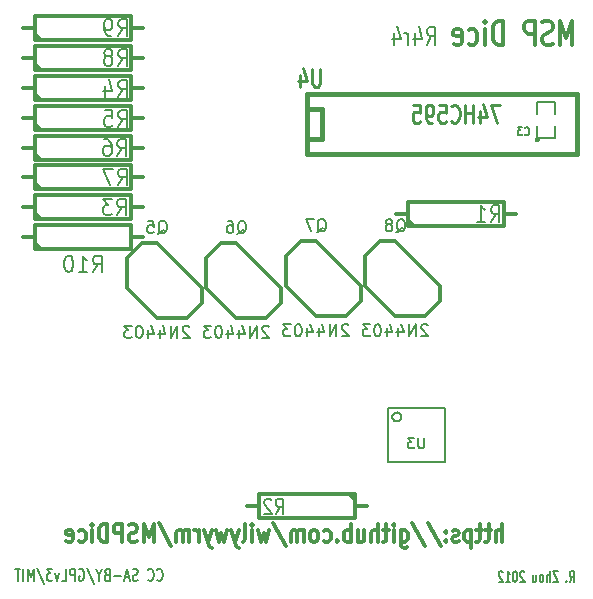
<source format=gbo>
G04 (created by PCBNEW-RS274X (2011-05-25)-stable) date Sun 14 Oct 2012 04:31:26 PM CDT*
G01*
G70*
G90*
%MOIN*%
G04 Gerber Fmt 3.4, Leading zero omitted, Abs format*
%FSLAX34Y34*%
G04 APERTURE LIST*
%ADD10C,0.006000*%
%ADD11C,0.007000*%
%ADD12C,0.005000*%
%ADD13C,0.012000*%
%ADD14C,0.007500*%
%ADD15C,0.008000*%
%ADD16C,0.015000*%
%ADD17C,0.011300*%
G04 APERTURE END LIST*
G54D10*
G54D11*
X05257Y-19174D02*
X05271Y-19193D01*
X05314Y-19212D01*
X05343Y-19212D01*
X05386Y-19193D01*
X05414Y-19155D01*
X05429Y-19117D01*
X05443Y-19040D01*
X05443Y-18983D01*
X05429Y-18907D01*
X05414Y-18869D01*
X05386Y-18831D01*
X05343Y-18812D01*
X05314Y-18812D01*
X05271Y-18831D01*
X05257Y-18850D01*
X04957Y-19174D02*
X04971Y-19193D01*
X05014Y-19212D01*
X05043Y-19212D01*
X05086Y-19193D01*
X05114Y-19155D01*
X05129Y-19117D01*
X05143Y-19040D01*
X05143Y-18983D01*
X05129Y-18907D01*
X05114Y-18869D01*
X05086Y-18831D01*
X05043Y-18812D01*
X05014Y-18812D01*
X04971Y-18831D01*
X04957Y-18850D01*
X04614Y-19193D02*
X04571Y-19212D01*
X04500Y-19212D01*
X04471Y-19193D01*
X04457Y-19174D01*
X04442Y-19136D01*
X04442Y-19098D01*
X04457Y-19060D01*
X04471Y-19040D01*
X04500Y-19021D01*
X04557Y-19002D01*
X04585Y-18983D01*
X04600Y-18964D01*
X04614Y-18926D01*
X04614Y-18888D01*
X04600Y-18850D01*
X04585Y-18831D01*
X04557Y-18812D01*
X04485Y-18812D01*
X04442Y-18831D01*
X04328Y-19098D02*
X04185Y-19098D01*
X04356Y-19212D02*
X04256Y-18812D01*
X04156Y-19212D01*
X04057Y-19060D02*
X03828Y-19060D01*
X03586Y-19002D02*
X03543Y-19021D01*
X03528Y-19040D01*
X03514Y-19079D01*
X03514Y-19136D01*
X03528Y-19174D01*
X03543Y-19193D01*
X03571Y-19212D01*
X03686Y-19212D01*
X03686Y-18812D01*
X03586Y-18812D01*
X03557Y-18831D01*
X03543Y-18850D01*
X03528Y-18888D01*
X03528Y-18926D01*
X03543Y-18964D01*
X03557Y-18983D01*
X03586Y-19002D01*
X03686Y-19002D01*
X03328Y-19021D02*
X03328Y-19212D01*
X03428Y-18812D02*
X03328Y-19021D01*
X03228Y-18812D01*
X02914Y-18793D02*
X03171Y-19307D01*
X02657Y-18831D02*
X02686Y-18812D01*
X02729Y-18812D01*
X02772Y-18831D01*
X02800Y-18869D01*
X02815Y-18907D01*
X02829Y-18983D01*
X02829Y-19040D01*
X02815Y-19117D01*
X02800Y-19155D01*
X02772Y-19193D01*
X02729Y-19212D01*
X02700Y-19212D01*
X02657Y-19193D01*
X02643Y-19174D01*
X02643Y-19040D01*
X02700Y-19040D01*
X02515Y-19212D02*
X02515Y-18812D01*
X02400Y-18812D01*
X02372Y-18831D01*
X02357Y-18850D01*
X02343Y-18888D01*
X02343Y-18945D01*
X02357Y-18983D01*
X02372Y-19002D01*
X02400Y-19021D01*
X02515Y-19021D01*
X02072Y-19212D02*
X02215Y-19212D01*
X02215Y-18812D01*
X02000Y-18945D02*
X01929Y-19212D01*
X01857Y-18945D01*
X01771Y-18812D02*
X01585Y-18812D01*
X01685Y-18964D01*
X01643Y-18964D01*
X01614Y-18983D01*
X01600Y-19002D01*
X01585Y-19040D01*
X01585Y-19136D01*
X01600Y-19174D01*
X01614Y-19193D01*
X01643Y-19212D01*
X01728Y-19212D01*
X01757Y-19193D01*
X01771Y-19174D01*
X01242Y-18793D02*
X01499Y-19307D01*
X01143Y-19212D02*
X01143Y-18812D01*
X01043Y-19098D01*
X00943Y-18812D01*
X00943Y-19212D01*
X00800Y-19212D02*
X00800Y-18812D01*
X00699Y-18812D02*
X00528Y-18812D01*
X00614Y-19212D02*
X00614Y-18812D01*
G54D12*
X19006Y-19242D02*
X19089Y-19075D01*
X19148Y-19242D02*
X19148Y-18892D01*
X19053Y-18892D01*
X19029Y-18908D01*
X19018Y-18925D01*
X19006Y-18958D01*
X19006Y-19008D01*
X19018Y-19042D01*
X19029Y-19058D01*
X19053Y-19075D01*
X19148Y-19075D01*
X18898Y-19208D02*
X18887Y-19225D01*
X18898Y-19242D01*
X18910Y-19225D01*
X18898Y-19208D01*
X18898Y-19242D01*
X18613Y-18892D02*
X18447Y-18892D01*
X18613Y-19242D01*
X18447Y-19242D01*
X18351Y-19242D02*
X18351Y-18892D01*
X18244Y-19242D02*
X18244Y-19058D01*
X18256Y-19025D01*
X18280Y-19008D01*
X18316Y-19008D01*
X18340Y-19025D01*
X18351Y-19042D01*
X18090Y-19242D02*
X18114Y-19225D01*
X18125Y-19208D01*
X18137Y-19175D01*
X18137Y-19075D01*
X18125Y-19042D01*
X18114Y-19025D01*
X18090Y-19008D01*
X18054Y-19008D01*
X18030Y-19025D01*
X18018Y-19042D01*
X18006Y-19075D01*
X18006Y-19175D01*
X18018Y-19208D01*
X18030Y-19225D01*
X18054Y-19242D01*
X18090Y-19242D01*
X17792Y-19008D02*
X17792Y-19242D01*
X17899Y-19008D02*
X17899Y-19192D01*
X17888Y-19225D01*
X17864Y-19242D01*
X17828Y-19242D01*
X17804Y-19225D01*
X17792Y-19208D01*
X17495Y-18925D02*
X17483Y-18908D01*
X17460Y-18892D01*
X17400Y-18892D01*
X17376Y-18908D01*
X17364Y-18925D01*
X17353Y-18958D01*
X17353Y-18992D01*
X17364Y-19042D01*
X17507Y-19242D01*
X17353Y-19242D01*
X17198Y-18892D02*
X17174Y-18892D01*
X17150Y-18908D01*
X17138Y-18925D01*
X17126Y-18958D01*
X17115Y-19025D01*
X17115Y-19108D01*
X17126Y-19175D01*
X17138Y-19208D01*
X17150Y-19225D01*
X17174Y-19242D01*
X17198Y-19242D01*
X17222Y-19225D01*
X17234Y-19208D01*
X17245Y-19175D01*
X17257Y-19108D01*
X17257Y-19025D01*
X17245Y-18958D01*
X17234Y-18925D01*
X17222Y-18908D01*
X17198Y-18892D01*
X16877Y-19242D02*
X17019Y-19242D01*
X16948Y-19242D02*
X16948Y-18892D01*
X16972Y-18942D01*
X16996Y-18975D01*
X17019Y-18992D01*
X16781Y-18925D02*
X16769Y-18908D01*
X16746Y-18892D01*
X16686Y-18892D01*
X16662Y-18908D01*
X16650Y-18925D01*
X16639Y-18958D01*
X16639Y-18992D01*
X16650Y-19042D01*
X16793Y-19242D01*
X16639Y-19242D01*
G54D13*
X16762Y-17918D02*
X16762Y-17318D01*
X16548Y-17918D02*
X16548Y-17604D01*
X16571Y-17546D01*
X16619Y-17518D01*
X16691Y-17518D01*
X16738Y-17546D01*
X16762Y-17575D01*
X16381Y-17518D02*
X16191Y-17518D01*
X16310Y-17318D02*
X16310Y-17832D01*
X16286Y-17889D01*
X16239Y-17918D01*
X16191Y-17918D01*
X16095Y-17518D02*
X15905Y-17518D01*
X16024Y-17318D02*
X16024Y-17832D01*
X16000Y-17889D01*
X15953Y-17918D01*
X15905Y-17918D01*
X15738Y-17518D02*
X15738Y-18118D01*
X15738Y-17546D02*
X15690Y-17518D01*
X15595Y-17518D01*
X15547Y-17546D01*
X15524Y-17575D01*
X15500Y-17632D01*
X15500Y-17804D01*
X15524Y-17861D01*
X15547Y-17889D01*
X15595Y-17918D01*
X15690Y-17918D01*
X15738Y-17889D01*
X15310Y-17889D02*
X15262Y-17918D01*
X15167Y-17918D01*
X15119Y-17889D01*
X15095Y-17832D01*
X15095Y-17804D01*
X15119Y-17746D01*
X15167Y-17718D01*
X15238Y-17718D01*
X15286Y-17689D01*
X15310Y-17632D01*
X15310Y-17604D01*
X15286Y-17546D01*
X15238Y-17518D01*
X15167Y-17518D01*
X15119Y-17546D01*
X14881Y-17861D02*
X14857Y-17889D01*
X14881Y-17918D01*
X14905Y-17889D01*
X14881Y-17861D01*
X14881Y-17918D01*
X14881Y-17546D02*
X14857Y-17575D01*
X14881Y-17604D01*
X14905Y-17575D01*
X14881Y-17546D01*
X14881Y-17604D01*
X14286Y-17289D02*
X14714Y-18061D01*
X13762Y-17289D02*
X14190Y-18061D01*
X13381Y-17518D02*
X13381Y-18004D01*
X13404Y-18061D01*
X13428Y-18089D01*
X13476Y-18118D01*
X13547Y-18118D01*
X13595Y-18089D01*
X13381Y-17889D02*
X13428Y-17918D01*
X13524Y-17918D01*
X13571Y-17889D01*
X13595Y-17861D01*
X13619Y-17804D01*
X13619Y-17632D01*
X13595Y-17575D01*
X13571Y-17546D01*
X13524Y-17518D01*
X13428Y-17518D01*
X13381Y-17546D01*
X13143Y-17918D02*
X13143Y-17518D01*
X13143Y-17318D02*
X13167Y-17346D01*
X13143Y-17375D01*
X13119Y-17346D01*
X13143Y-17318D01*
X13143Y-17375D01*
X12976Y-17518D02*
X12786Y-17518D01*
X12905Y-17318D02*
X12905Y-17832D01*
X12881Y-17889D01*
X12834Y-17918D01*
X12786Y-17918D01*
X12619Y-17918D02*
X12619Y-17318D01*
X12405Y-17918D02*
X12405Y-17604D01*
X12428Y-17546D01*
X12476Y-17518D01*
X12548Y-17518D01*
X12595Y-17546D01*
X12619Y-17575D01*
X11953Y-17518D02*
X11953Y-17918D01*
X12167Y-17518D02*
X12167Y-17832D01*
X12143Y-17889D01*
X12096Y-17918D01*
X12024Y-17918D01*
X11976Y-17889D01*
X11953Y-17861D01*
X11715Y-17918D02*
X11715Y-17318D01*
X11715Y-17546D02*
X11667Y-17518D01*
X11572Y-17518D01*
X11524Y-17546D01*
X11501Y-17575D01*
X11477Y-17632D01*
X11477Y-17804D01*
X11501Y-17861D01*
X11524Y-17889D01*
X11572Y-17918D01*
X11667Y-17918D01*
X11715Y-17889D01*
X11263Y-17861D02*
X11239Y-17889D01*
X11263Y-17918D01*
X11287Y-17889D01*
X11263Y-17861D01*
X11263Y-17918D01*
X10811Y-17889D02*
X10858Y-17918D01*
X10954Y-17918D01*
X11001Y-17889D01*
X11025Y-17861D01*
X11049Y-17804D01*
X11049Y-17632D01*
X11025Y-17575D01*
X11001Y-17546D01*
X10954Y-17518D01*
X10858Y-17518D01*
X10811Y-17546D01*
X10525Y-17918D02*
X10572Y-17889D01*
X10596Y-17861D01*
X10620Y-17804D01*
X10620Y-17632D01*
X10596Y-17575D01*
X10572Y-17546D01*
X10525Y-17518D01*
X10453Y-17518D01*
X10405Y-17546D01*
X10382Y-17575D01*
X10358Y-17632D01*
X10358Y-17804D01*
X10382Y-17861D01*
X10405Y-17889D01*
X10453Y-17918D01*
X10525Y-17918D01*
X10144Y-17918D02*
X10144Y-17518D01*
X10144Y-17575D02*
X10120Y-17546D01*
X10073Y-17518D01*
X10001Y-17518D01*
X09953Y-17546D01*
X09930Y-17604D01*
X09930Y-17918D01*
X09930Y-17604D02*
X09906Y-17546D01*
X09858Y-17518D01*
X09787Y-17518D01*
X09739Y-17546D01*
X09715Y-17604D01*
X09715Y-17918D01*
X09120Y-17289D02*
X09548Y-18061D01*
X09001Y-17518D02*
X08905Y-17918D01*
X08810Y-17632D01*
X08715Y-17918D01*
X08620Y-17518D01*
X08429Y-17918D02*
X08429Y-17518D01*
X08429Y-17318D02*
X08453Y-17346D01*
X08429Y-17375D01*
X08405Y-17346D01*
X08429Y-17318D01*
X08429Y-17375D01*
X08120Y-17918D02*
X08167Y-17889D01*
X08191Y-17832D01*
X08191Y-17318D01*
X07977Y-17518D02*
X07858Y-17918D01*
X07738Y-17518D02*
X07858Y-17918D01*
X07905Y-18061D01*
X07929Y-18089D01*
X07977Y-18118D01*
X07596Y-17518D02*
X07500Y-17918D01*
X07405Y-17632D01*
X07310Y-17918D01*
X07215Y-17518D01*
X07072Y-17518D02*
X06953Y-17918D01*
X06833Y-17518D02*
X06953Y-17918D01*
X07000Y-18061D01*
X07024Y-18089D01*
X07072Y-18118D01*
X06643Y-17918D02*
X06643Y-17518D01*
X06643Y-17632D02*
X06619Y-17575D01*
X06595Y-17546D01*
X06548Y-17518D01*
X06500Y-17518D01*
X06333Y-17918D02*
X06333Y-17518D01*
X06333Y-17575D02*
X06309Y-17546D01*
X06262Y-17518D01*
X06190Y-17518D01*
X06142Y-17546D01*
X06119Y-17604D01*
X06119Y-17918D01*
X06119Y-17604D02*
X06095Y-17546D01*
X06047Y-17518D01*
X05976Y-17518D01*
X05928Y-17546D01*
X05904Y-17604D01*
X05904Y-17918D01*
X05309Y-17289D02*
X05737Y-18061D01*
X05142Y-17918D02*
X05142Y-17318D01*
X04975Y-17746D01*
X04809Y-17318D01*
X04809Y-17918D01*
X04595Y-17889D02*
X04523Y-17918D01*
X04404Y-17918D01*
X04357Y-17889D01*
X04333Y-17861D01*
X04309Y-17804D01*
X04309Y-17746D01*
X04333Y-17689D01*
X04357Y-17661D01*
X04404Y-17632D01*
X04500Y-17604D01*
X04547Y-17575D01*
X04571Y-17546D01*
X04595Y-17489D01*
X04595Y-17432D01*
X04571Y-17375D01*
X04547Y-17346D01*
X04500Y-17318D01*
X04380Y-17318D01*
X04309Y-17346D01*
X04095Y-17918D02*
X04095Y-17318D01*
X03904Y-17318D01*
X03857Y-17346D01*
X03833Y-17375D01*
X03809Y-17432D01*
X03809Y-17518D01*
X03833Y-17575D01*
X03857Y-17604D01*
X03904Y-17632D01*
X04095Y-17632D01*
X03595Y-17918D02*
X03595Y-17318D01*
X03476Y-17318D01*
X03404Y-17346D01*
X03357Y-17404D01*
X03333Y-17461D01*
X03309Y-17575D01*
X03309Y-17661D01*
X03333Y-17775D01*
X03357Y-17832D01*
X03404Y-17889D01*
X03476Y-17918D01*
X03595Y-17918D01*
X03095Y-17918D02*
X03095Y-17518D01*
X03095Y-17318D02*
X03119Y-17346D01*
X03095Y-17375D01*
X03071Y-17346D01*
X03095Y-17318D01*
X03095Y-17375D01*
X02643Y-17889D02*
X02690Y-17918D01*
X02786Y-17918D01*
X02833Y-17889D01*
X02857Y-17861D01*
X02881Y-17804D01*
X02881Y-17632D01*
X02857Y-17575D01*
X02833Y-17546D01*
X02786Y-17518D01*
X02690Y-17518D01*
X02643Y-17546D01*
X02237Y-17889D02*
X02285Y-17918D01*
X02380Y-17918D01*
X02428Y-17889D01*
X02452Y-17832D01*
X02452Y-17604D01*
X02428Y-17546D01*
X02380Y-17518D01*
X02285Y-17518D01*
X02237Y-17546D01*
X02214Y-17604D01*
X02214Y-17661D01*
X02452Y-17718D01*
G54D14*
X14254Y-01343D02*
X14404Y-01057D01*
X14511Y-01343D02*
X14511Y-00743D01*
X14339Y-00743D01*
X14297Y-00771D01*
X14275Y-00800D01*
X14254Y-00857D01*
X14254Y-00943D01*
X14275Y-01000D01*
X14297Y-01029D01*
X14339Y-01057D01*
X14511Y-01057D01*
X13868Y-00943D02*
X13868Y-01343D01*
X13975Y-00714D02*
X14082Y-01143D01*
X13804Y-01143D01*
X13632Y-01343D02*
X13632Y-00943D01*
X13632Y-01057D02*
X13610Y-01000D01*
X13589Y-00971D01*
X13546Y-00943D01*
X13503Y-00943D01*
X13160Y-00943D02*
X13160Y-01343D01*
X13267Y-00714D02*
X13374Y-01143D01*
X13096Y-01143D01*
G54D13*
X19096Y-01349D02*
X19096Y-00549D01*
X18896Y-01120D01*
X18696Y-00549D01*
X18696Y-01349D01*
X18439Y-01311D02*
X18353Y-01349D01*
X18210Y-01349D01*
X18153Y-01311D01*
X18124Y-01273D01*
X18096Y-01196D01*
X18096Y-01120D01*
X18124Y-01044D01*
X18153Y-01006D01*
X18210Y-00968D01*
X18324Y-00930D01*
X18382Y-00892D01*
X18410Y-00854D01*
X18439Y-00777D01*
X18439Y-00701D01*
X18410Y-00625D01*
X18382Y-00587D01*
X18324Y-00549D01*
X18182Y-00549D01*
X18096Y-00587D01*
X17839Y-01349D02*
X17839Y-00549D01*
X17611Y-00549D01*
X17553Y-00587D01*
X17525Y-00625D01*
X17496Y-00701D01*
X17496Y-00815D01*
X17525Y-00892D01*
X17553Y-00930D01*
X17611Y-00968D01*
X17839Y-00968D01*
X16782Y-01349D02*
X16782Y-00549D01*
X16639Y-00549D01*
X16554Y-00587D01*
X16496Y-00663D01*
X16468Y-00739D01*
X16439Y-00892D01*
X16439Y-01006D01*
X16468Y-01158D01*
X16496Y-01235D01*
X16554Y-01311D01*
X16639Y-01349D01*
X16782Y-01349D01*
X16182Y-01349D02*
X16182Y-00815D01*
X16182Y-00549D02*
X16211Y-00587D01*
X16182Y-00625D01*
X16154Y-00587D01*
X16182Y-00549D01*
X16182Y-00625D01*
X15639Y-01311D02*
X15696Y-01349D01*
X15810Y-01349D01*
X15868Y-01311D01*
X15896Y-01273D01*
X15925Y-01196D01*
X15925Y-00968D01*
X15896Y-00892D01*
X15868Y-00854D01*
X15810Y-00815D01*
X15696Y-00815D01*
X15639Y-00854D01*
X15154Y-01311D02*
X15211Y-01349D01*
X15325Y-01349D01*
X15382Y-01311D01*
X15411Y-01235D01*
X15411Y-00930D01*
X15382Y-00854D01*
X15325Y-00815D01*
X15211Y-00815D01*
X15154Y-00854D01*
X15125Y-00930D01*
X15125Y-01006D01*
X15411Y-01082D01*
X13225Y-06975D02*
X13625Y-06975D01*
X13625Y-06975D02*
X13625Y-07375D01*
X13625Y-07375D02*
X16825Y-07375D01*
X16825Y-07375D02*
X16825Y-06575D01*
X16825Y-06575D02*
X13625Y-06575D01*
X13625Y-06575D02*
X13625Y-06975D01*
X13625Y-07175D02*
X13825Y-07375D01*
X17225Y-06975D02*
X16825Y-06975D01*
X12250Y-16725D02*
X11850Y-16725D01*
X11850Y-16725D02*
X11850Y-16325D01*
X11850Y-16325D02*
X08650Y-16325D01*
X08650Y-16325D02*
X08650Y-17125D01*
X08650Y-17125D02*
X11850Y-17125D01*
X11850Y-17125D02*
X11850Y-16725D01*
X11850Y-16525D02*
X11650Y-16325D01*
X08250Y-16725D02*
X08650Y-16725D01*
G54D12*
X13400Y-13750D02*
X13397Y-13779D01*
X13388Y-13807D01*
X13374Y-13833D01*
X13356Y-13855D01*
X13333Y-13874D01*
X13308Y-13888D01*
X13280Y-13896D01*
X13251Y-13899D01*
X13222Y-13897D01*
X13194Y-13889D01*
X13168Y-13875D01*
X13146Y-13857D01*
X13127Y-13834D01*
X13113Y-13809D01*
X13104Y-13781D01*
X13101Y-13752D01*
X13103Y-13723D01*
X13111Y-13695D01*
X13124Y-13669D01*
X13143Y-13646D01*
X13165Y-13627D01*
X13190Y-13613D01*
X13218Y-13604D01*
X13247Y-13601D01*
X13276Y-13603D01*
X13304Y-13611D01*
X13330Y-13624D01*
X13353Y-13642D01*
X13372Y-13664D01*
X13387Y-13689D01*
X13396Y-13717D01*
X13399Y-13746D01*
X13400Y-13750D01*
G54D15*
X12950Y-13450D02*
X14850Y-13450D01*
X14850Y-13450D02*
X14850Y-15250D01*
X14850Y-15250D02*
X12950Y-15250D01*
X12950Y-15250D02*
X12950Y-13450D01*
G54D12*
X17975Y-04500D02*
X17974Y-04509D01*
X17971Y-04519D01*
X17966Y-04527D01*
X17960Y-04535D01*
X17952Y-04541D01*
X17944Y-04546D01*
X17935Y-04548D01*
X17925Y-04549D01*
X17916Y-04549D01*
X17907Y-04546D01*
X17898Y-04541D01*
X17891Y-04535D01*
X17884Y-04528D01*
X17880Y-04519D01*
X17877Y-04510D01*
X17876Y-04500D01*
X17876Y-04491D01*
X17879Y-04482D01*
X17883Y-04473D01*
X17890Y-04466D01*
X17897Y-04459D01*
X17905Y-04455D01*
X17915Y-04452D01*
X17924Y-04451D01*
X17933Y-04451D01*
X17943Y-04454D01*
X17951Y-04458D01*
X17959Y-04464D01*
X17965Y-04472D01*
X17970Y-04480D01*
X17973Y-04489D01*
X17974Y-04499D01*
X17975Y-04500D01*
X17925Y-04050D02*
X17925Y-04450D01*
X17925Y-04450D02*
X18525Y-04450D01*
X18525Y-04450D02*
X18525Y-04050D01*
X18525Y-03650D02*
X18525Y-03250D01*
X18525Y-03250D02*
X17925Y-03250D01*
X17925Y-03250D02*
X17925Y-03650D01*
G54D13*
X05250Y-07950D02*
X06750Y-09450D01*
X06750Y-09450D02*
X06750Y-09950D01*
X06750Y-09950D02*
X06250Y-10450D01*
X06250Y-10450D02*
X05250Y-10450D01*
X05250Y-10450D02*
X04250Y-09450D01*
X04250Y-09450D02*
X04250Y-08450D01*
X04250Y-08450D02*
X04750Y-07950D01*
X04750Y-07950D02*
X05250Y-07950D01*
X07900Y-07950D02*
X09400Y-09450D01*
X09400Y-09450D02*
X09400Y-09950D01*
X09400Y-09950D02*
X08900Y-10450D01*
X08900Y-10450D02*
X07900Y-10450D01*
X07900Y-10450D02*
X06900Y-09450D01*
X06900Y-09450D02*
X06900Y-08450D01*
X06900Y-08450D02*
X07400Y-07950D01*
X07400Y-07950D02*
X07900Y-07950D01*
X10550Y-07900D02*
X12050Y-09400D01*
X12050Y-09400D02*
X12050Y-09900D01*
X12050Y-09900D02*
X11550Y-10400D01*
X11550Y-10400D02*
X10550Y-10400D01*
X10550Y-10400D02*
X09550Y-09400D01*
X09550Y-09400D02*
X09550Y-08400D01*
X09550Y-08400D02*
X10050Y-07900D01*
X10050Y-07900D02*
X10550Y-07900D01*
X13200Y-07900D02*
X14700Y-09400D01*
X14700Y-09400D02*
X14700Y-09900D01*
X14700Y-09900D02*
X14200Y-10400D01*
X14200Y-10400D02*
X13200Y-10400D01*
X13200Y-10400D02*
X12200Y-09400D01*
X12200Y-09400D02*
X12200Y-08400D01*
X12200Y-08400D02*
X12700Y-07900D01*
X12700Y-07900D02*
X13200Y-07900D01*
G54D16*
X10250Y-04500D02*
X10250Y-04500D01*
X10250Y-04500D02*
X10750Y-04500D01*
X10750Y-04500D02*
X10750Y-03500D01*
X10750Y-03500D02*
X10250Y-03500D01*
X10250Y-05000D02*
X19250Y-05000D01*
X19250Y-05000D02*
X19250Y-03000D01*
X19250Y-03000D02*
X10250Y-03000D01*
X10250Y-03000D02*
X10250Y-05000D01*
G54D13*
X00775Y-06750D02*
X01175Y-06750D01*
X01175Y-06750D02*
X01175Y-07150D01*
X01175Y-07150D02*
X04375Y-07150D01*
X04375Y-07150D02*
X04375Y-06350D01*
X04375Y-06350D02*
X01175Y-06350D01*
X01175Y-06350D02*
X01175Y-06750D01*
X01175Y-06950D02*
X01375Y-07150D01*
X04775Y-06750D02*
X04375Y-06750D01*
X00800Y-02800D02*
X01200Y-02800D01*
X01200Y-02800D02*
X01200Y-03200D01*
X01200Y-03200D02*
X04400Y-03200D01*
X04400Y-03200D02*
X04400Y-02400D01*
X04400Y-02400D02*
X01200Y-02400D01*
X01200Y-02400D02*
X01200Y-02800D01*
X01200Y-03000D02*
X01400Y-03200D01*
X04800Y-02800D02*
X04400Y-02800D01*
X00800Y-03800D02*
X01200Y-03800D01*
X01200Y-03800D02*
X01200Y-04200D01*
X01200Y-04200D02*
X04400Y-04200D01*
X04400Y-04200D02*
X04400Y-03400D01*
X04400Y-03400D02*
X01200Y-03400D01*
X01200Y-03400D02*
X01200Y-03800D01*
X01200Y-04000D02*
X01400Y-04200D01*
X04800Y-03800D02*
X04400Y-03800D01*
X00775Y-04775D02*
X01175Y-04775D01*
X01175Y-04775D02*
X01175Y-05175D01*
X01175Y-05175D02*
X04375Y-05175D01*
X04375Y-05175D02*
X04375Y-04375D01*
X04375Y-04375D02*
X01175Y-04375D01*
X01175Y-04375D02*
X01175Y-04775D01*
X01175Y-04975D02*
X01375Y-05175D01*
X04775Y-04775D02*
X04375Y-04775D01*
X00800Y-05750D02*
X01200Y-05750D01*
X01200Y-05750D02*
X01200Y-06150D01*
X01200Y-06150D02*
X04400Y-06150D01*
X04400Y-06150D02*
X04400Y-05350D01*
X04400Y-05350D02*
X01200Y-05350D01*
X01200Y-05350D02*
X01200Y-05750D01*
X01200Y-05950D02*
X01400Y-06150D01*
X04800Y-05750D02*
X04400Y-05750D01*
X00789Y-01775D02*
X01189Y-01775D01*
X01189Y-01775D02*
X01189Y-02175D01*
X01189Y-02175D02*
X04389Y-02175D01*
X04389Y-02175D02*
X04389Y-01375D01*
X04389Y-01375D02*
X01189Y-01375D01*
X01189Y-01375D02*
X01189Y-01775D01*
X01189Y-01975D02*
X01389Y-02175D01*
X04789Y-01775D02*
X04389Y-01775D01*
X00775Y-00775D02*
X01175Y-00775D01*
X01175Y-00775D02*
X01175Y-01175D01*
X01175Y-01175D02*
X04375Y-01175D01*
X04375Y-01175D02*
X04375Y-00375D01*
X04375Y-00375D02*
X01175Y-00375D01*
X01175Y-00375D02*
X01175Y-00775D01*
X01175Y-00975D02*
X01375Y-01175D01*
X04775Y-00775D02*
X04375Y-00775D01*
X00800Y-07750D02*
X01200Y-07750D01*
X01200Y-07750D02*
X01200Y-08150D01*
X01200Y-08150D02*
X04400Y-08150D01*
X04400Y-08150D02*
X04400Y-07350D01*
X04400Y-07350D02*
X01200Y-07350D01*
X01200Y-07350D02*
X01200Y-07750D01*
X01200Y-07950D02*
X01400Y-08150D01*
X04800Y-07750D02*
X04400Y-07750D01*
G54D15*
X16383Y-07248D02*
X16550Y-06986D01*
X16669Y-07248D02*
X16669Y-06698D01*
X16478Y-06698D01*
X16431Y-06724D01*
X16407Y-06750D01*
X16383Y-06802D01*
X16383Y-06881D01*
X16407Y-06933D01*
X16431Y-06960D01*
X16478Y-06986D01*
X16669Y-06986D01*
X15907Y-07248D02*
X16193Y-07248D01*
X16050Y-07248D02*
X16050Y-06698D01*
X16098Y-06776D01*
X16145Y-06829D01*
X16193Y-06855D01*
X09216Y-16977D02*
X09350Y-16739D01*
X09445Y-16977D02*
X09445Y-16477D01*
X09292Y-16477D01*
X09254Y-16501D01*
X09235Y-16525D01*
X09216Y-16573D01*
X09216Y-16644D01*
X09235Y-16692D01*
X09254Y-16715D01*
X09292Y-16739D01*
X09445Y-16739D01*
X09064Y-16525D02*
X09045Y-16501D01*
X09007Y-16477D01*
X08911Y-16477D01*
X08873Y-16501D01*
X08854Y-16525D01*
X08835Y-16573D01*
X08835Y-16620D01*
X08854Y-16692D01*
X09083Y-16977D01*
X08835Y-16977D01*
X14167Y-14442D02*
X14167Y-14725D01*
X14150Y-14758D01*
X14133Y-14775D01*
X14100Y-14792D01*
X14033Y-14792D01*
X14000Y-14775D01*
X13983Y-14758D01*
X13967Y-14725D01*
X13967Y-14442D01*
X13833Y-14442D02*
X13616Y-14442D01*
X13733Y-14575D01*
X13683Y-14575D01*
X13650Y-14592D01*
X13633Y-14608D01*
X13616Y-14642D01*
X13616Y-14725D01*
X13633Y-14758D01*
X13650Y-14775D01*
X13683Y-14792D01*
X13783Y-14792D01*
X13816Y-14775D01*
X13833Y-14758D01*
G54D12*
X17517Y-04327D02*
X17529Y-04339D01*
X17564Y-04351D01*
X17588Y-04351D01*
X17624Y-04339D01*
X17648Y-04315D01*
X17659Y-04292D01*
X17671Y-04244D01*
X17671Y-04208D01*
X17659Y-04161D01*
X17648Y-04137D01*
X17624Y-04113D01*
X17588Y-04101D01*
X17564Y-04101D01*
X17529Y-04113D01*
X17517Y-04125D01*
X17433Y-04101D02*
X17279Y-04101D01*
X17362Y-04196D01*
X17326Y-04196D01*
X17302Y-04208D01*
X17290Y-04220D01*
X17279Y-04244D01*
X17279Y-04304D01*
X17290Y-04327D01*
X17302Y-04339D01*
X17326Y-04351D01*
X17398Y-04351D01*
X17421Y-04339D01*
X17433Y-04327D01*
G54D15*
X05288Y-07650D02*
X05326Y-07631D01*
X05364Y-07593D01*
X05421Y-07536D01*
X05460Y-07517D01*
X05498Y-07517D01*
X05479Y-07612D02*
X05517Y-07593D01*
X05555Y-07555D01*
X05574Y-07479D01*
X05574Y-07345D01*
X05555Y-07269D01*
X05517Y-07231D01*
X05479Y-07212D01*
X05402Y-07212D01*
X05364Y-07231D01*
X05326Y-07269D01*
X05307Y-07345D01*
X05307Y-07479D01*
X05326Y-07555D01*
X05364Y-07593D01*
X05402Y-07612D01*
X05479Y-07612D01*
X04945Y-07212D02*
X05136Y-07212D01*
X05155Y-07402D01*
X05136Y-07383D01*
X05098Y-07364D01*
X05002Y-07364D01*
X04964Y-07383D01*
X04945Y-07402D01*
X04926Y-07440D01*
X04926Y-07536D01*
X04945Y-07574D01*
X04964Y-07593D01*
X05002Y-07612D01*
X05098Y-07612D01*
X05136Y-07593D01*
X05155Y-07574D01*
X06336Y-10750D02*
X06317Y-10731D01*
X06279Y-10712D01*
X06183Y-10712D01*
X06145Y-10731D01*
X06126Y-10750D01*
X06107Y-10788D01*
X06107Y-10826D01*
X06126Y-10883D01*
X06355Y-11112D01*
X06107Y-11112D01*
X05936Y-11112D02*
X05936Y-10712D01*
X05707Y-11112D01*
X05707Y-10712D01*
X05345Y-10845D02*
X05345Y-11112D01*
X05441Y-10693D02*
X05536Y-10979D01*
X05288Y-10979D01*
X04964Y-10845D02*
X04964Y-11112D01*
X05060Y-10693D02*
X05155Y-10979D01*
X04907Y-10979D01*
X04679Y-10712D02*
X04640Y-10712D01*
X04602Y-10731D01*
X04583Y-10750D01*
X04564Y-10788D01*
X04545Y-10864D01*
X04545Y-10960D01*
X04564Y-11036D01*
X04583Y-11074D01*
X04602Y-11093D01*
X04640Y-11112D01*
X04679Y-11112D01*
X04717Y-11093D01*
X04736Y-11074D01*
X04755Y-11036D01*
X04774Y-10960D01*
X04774Y-10864D01*
X04755Y-10788D01*
X04736Y-10750D01*
X04717Y-10731D01*
X04679Y-10712D01*
X04412Y-10712D02*
X04164Y-10712D01*
X04298Y-10864D01*
X04240Y-10864D01*
X04202Y-10883D01*
X04183Y-10902D01*
X04164Y-10940D01*
X04164Y-11036D01*
X04183Y-11074D01*
X04202Y-11093D01*
X04240Y-11112D01*
X04355Y-11112D01*
X04393Y-11093D01*
X04412Y-11074D01*
X07938Y-07650D02*
X07976Y-07631D01*
X08014Y-07593D01*
X08071Y-07536D01*
X08110Y-07517D01*
X08148Y-07517D01*
X08129Y-07612D02*
X08167Y-07593D01*
X08205Y-07555D01*
X08224Y-07479D01*
X08224Y-07345D01*
X08205Y-07269D01*
X08167Y-07231D01*
X08129Y-07212D01*
X08052Y-07212D01*
X08014Y-07231D01*
X07976Y-07269D01*
X07957Y-07345D01*
X07957Y-07479D01*
X07976Y-07555D01*
X08014Y-07593D01*
X08052Y-07612D01*
X08129Y-07612D01*
X07614Y-07212D02*
X07691Y-07212D01*
X07729Y-07231D01*
X07748Y-07250D01*
X07786Y-07307D01*
X07805Y-07383D01*
X07805Y-07536D01*
X07786Y-07574D01*
X07767Y-07593D01*
X07729Y-07612D01*
X07652Y-07612D01*
X07614Y-07593D01*
X07595Y-07574D01*
X07576Y-07536D01*
X07576Y-07440D01*
X07595Y-07402D01*
X07614Y-07383D01*
X07652Y-07364D01*
X07729Y-07364D01*
X07767Y-07383D01*
X07786Y-07402D01*
X07805Y-07440D01*
X08986Y-10750D02*
X08967Y-10731D01*
X08929Y-10712D01*
X08833Y-10712D01*
X08795Y-10731D01*
X08776Y-10750D01*
X08757Y-10788D01*
X08757Y-10826D01*
X08776Y-10883D01*
X09005Y-11112D01*
X08757Y-11112D01*
X08586Y-11112D02*
X08586Y-10712D01*
X08357Y-11112D01*
X08357Y-10712D01*
X07995Y-10845D02*
X07995Y-11112D01*
X08091Y-10693D02*
X08186Y-10979D01*
X07938Y-10979D01*
X07614Y-10845D02*
X07614Y-11112D01*
X07710Y-10693D02*
X07805Y-10979D01*
X07557Y-10979D01*
X07329Y-10712D02*
X07290Y-10712D01*
X07252Y-10731D01*
X07233Y-10750D01*
X07214Y-10788D01*
X07195Y-10864D01*
X07195Y-10960D01*
X07214Y-11036D01*
X07233Y-11074D01*
X07252Y-11093D01*
X07290Y-11112D01*
X07329Y-11112D01*
X07367Y-11093D01*
X07386Y-11074D01*
X07405Y-11036D01*
X07424Y-10960D01*
X07424Y-10864D01*
X07405Y-10788D01*
X07386Y-10750D01*
X07367Y-10731D01*
X07329Y-10712D01*
X07062Y-10712D02*
X06814Y-10712D01*
X06948Y-10864D01*
X06890Y-10864D01*
X06852Y-10883D01*
X06833Y-10902D01*
X06814Y-10940D01*
X06814Y-11036D01*
X06833Y-11074D01*
X06852Y-11093D01*
X06890Y-11112D01*
X07005Y-11112D01*
X07043Y-11093D01*
X07062Y-11074D01*
X10588Y-07600D02*
X10626Y-07581D01*
X10664Y-07543D01*
X10721Y-07486D01*
X10760Y-07467D01*
X10798Y-07467D01*
X10779Y-07562D02*
X10817Y-07543D01*
X10855Y-07505D01*
X10874Y-07429D01*
X10874Y-07295D01*
X10855Y-07219D01*
X10817Y-07181D01*
X10779Y-07162D01*
X10702Y-07162D01*
X10664Y-07181D01*
X10626Y-07219D01*
X10607Y-07295D01*
X10607Y-07429D01*
X10626Y-07505D01*
X10664Y-07543D01*
X10702Y-07562D01*
X10779Y-07562D01*
X10474Y-07162D02*
X10207Y-07162D01*
X10379Y-07562D01*
X11636Y-10700D02*
X11617Y-10681D01*
X11579Y-10662D01*
X11483Y-10662D01*
X11445Y-10681D01*
X11426Y-10700D01*
X11407Y-10738D01*
X11407Y-10776D01*
X11426Y-10833D01*
X11655Y-11062D01*
X11407Y-11062D01*
X11236Y-11062D02*
X11236Y-10662D01*
X11007Y-11062D01*
X11007Y-10662D01*
X10645Y-10795D02*
X10645Y-11062D01*
X10741Y-10643D02*
X10836Y-10929D01*
X10588Y-10929D01*
X10264Y-10795D02*
X10264Y-11062D01*
X10360Y-10643D02*
X10455Y-10929D01*
X10207Y-10929D01*
X09979Y-10662D02*
X09940Y-10662D01*
X09902Y-10681D01*
X09883Y-10700D01*
X09864Y-10738D01*
X09845Y-10814D01*
X09845Y-10910D01*
X09864Y-10986D01*
X09883Y-11024D01*
X09902Y-11043D01*
X09940Y-11062D01*
X09979Y-11062D01*
X10017Y-11043D01*
X10036Y-11024D01*
X10055Y-10986D01*
X10074Y-10910D01*
X10074Y-10814D01*
X10055Y-10738D01*
X10036Y-10700D01*
X10017Y-10681D01*
X09979Y-10662D01*
X09712Y-10662D02*
X09464Y-10662D01*
X09598Y-10814D01*
X09540Y-10814D01*
X09502Y-10833D01*
X09483Y-10852D01*
X09464Y-10890D01*
X09464Y-10986D01*
X09483Y-11024D01*
X09502Y-11043D01*
X09540Y-11062D01*
X09655Y-11062D01*
X09693Y-11043D01*
X09712Y-11024D01*
X13238Y-07600D02*
X13276Y-07581D01*
X13314Y-07543D01*
X13371Y-07486D01*
X13410Y-07467D01*
X13448Y-07467D01*
X13429Y-07562D02*
X13467Y-07543D01*
X13505Y-07505D01*
X13524Y-07429D01*
X13524Y-07295D01*
X13505Y-07219D01*
X13467Y-07181D01*
X13429Y-07162D01*
X13352Y-07162D01*
X13314Y-07181D01*
X13276Y-07219D01*
X13257Y-07295D01*
X13257Y-07429D01*
X13276Y-07505D01*
X13314Y-07543D01*
X13352Y-07562D01*
X13429Y-07562D01*
X13029Y-07333D02*
X13067Y-07314D01*
X13086Y-07295D01*
X13105Y-07257D01*
X13105Y-07238D01*
X13086Y-07200D01*
X13067Y-07181D01*
X13029Y-07162D01*
X12952Y-07162D01*
X12914Y-07181D01*
X12895Y-07200D01*
X12876Y-07238D01*
X12876Y-07257D01*
X12895Y-07295D01*
X12914Y-07314D01*
X12952Y-07333D01*
X13029Y-07333D01*
X13067Y-07352D01*
X13086Y-07371D01*
X13105Y-07410D01*
X13105Y-07486D01*
X13086Y-07524D01*
X13067Y-07543D01*
X13029Y-07562D01*
X12952Y-07562D01*
X12914Y-07543D01*
X12895Y-07524D01*
X12876Y-07486D01*
X12876Y-07410D01*
X12895Y-07371D01*
X12914Y-07352D01*
X12952Y-07333D01*
X14286Y-10700D02*
X14267Y-10681D01*
X14229Y-10662D01*
X14133Y-10662D01*
X14095Y-10681D01*
X14076Y-10700D01*
X14057Y-10738D01*
X14057Y-10776D01*
X14076Y-10833D01*
X14305Y-11062D01*
X14057Y-11062D01*
X13886Y-11062D02*
X13886Y-10662D01*
X13657Y-11062D01*
X13657Y-10662D01*
X13295Y-10795D02*
X13295Y-11062D01*
X13391Y-10643D02*
X13486Y-10929D01*
X13238Y-10929D01*
X12914Y-10795D02*
X12914Y-11062D01*
X13010Y-10643D02*
X13105Y-10929D01*
X12857Y-10929D01*
X12629Y-10662D02*
X12590Y-10662D01*
X12552Y-10681D01*
X12533Y-10700D01*
X12514Y-10738D01*
X12495Y-10814D01*
X12495Y-10910D01*
X12514Y-10986D01*
X12533Y-11024D01*
X12552Y-11043D01*
X12590Y-11062D01*
X12629Y-11062D01*
X12667Y-11043D01*
X12686Y-11024D01*
X12705Y-10986D01*
X12724Y-10910D01*
X12724Y-10814D01*
X12705Y-10738D01*
X12686Y-10700D01*
X12667Y-10681D01*
X12629Y-10662D01*
X12362Y-10662D02*
X12114Y-10662D01*
X12248Y-10814D01*
X12190Y-10814D01*
X12152Y-10833D01*
X12133Y-10852D01*
X12114Y-10890D01*
X12114Y-10986D01*
X12133Y-11024D01*
X12152Y-11043D01*
X12190Y-11062D01*
X12305Y-11062D01*
X12343Y-11043D01*
X12362Y-11024D01*
G54D17*
X10693Y-02143D02*
X10693Y-02629D01*
X10671Y-02686D01*
X10650Y-02714D01*
X10607Y-02743D01*
X10521Y-02743D01*
X10479Y-02714D01*
X10457Y-02686D01*
X10436Y-02629D01*
X10436Y-02143D01*
X10029Y-02343D02*
X10029Y-02743D01*
X10136Y-02114D02*
X10243Y-02543D01*
X09965Y-02543D01*
X16694Y-03343D02*
X16394Y-03343D01*
X16587Y-03943D01*
X16029Y-03543D02*
X16029Y-03943D01*
X16136Y-03314D02*
X16243Y-03743D01*
X15965Y-03743D01*
X15793Y-03943D02*
X15793Y-03343D01*
X15793Y-03629D02*
X15536Y-03629D01*
X15536Y-03943D02*
X15536Y-03343D01*
X15065Y-03886D02*
X15086Y-03914D01*
X15150Y-03943D01*
X15193Y-03943D01*
X15258Y-03914D01*
X15300Y-03857D01*
X15322Y-03800D01*
X15343Y-03686D01*
X15343Y-03600D01*
X15322Y-03486D01*
X15300Y-03429D01*
X15258Y-03371D01*
X15193Y-03343D01*
X15150Y-03343D01*
X15086Y-03371D01*
X15065Y-03400D01*
X14658Y-03343D02*
X14872Y-03343D01*
X14893Y-03629D01*
X14872Y-03600D01*
X14829Y-03571D01*
X14722Y-03571D01*
X14679Y-03600D01*
X14658Y-03629D01*
X14636Y-03686D01*
X14636Y-03829D01*
X14658Y-03886D01*
X14679Y-03914D01*
X14722Y-03943D01*
X14829Y-03943D01*
X14872Y-03914D01*
X14893Y-03886D01*
X14421Y-03943D02*
X14336Y-03943D01*
X14293Y-03914D01*
X14271Y-03886D01*
X14229Y-03800D01*
X14207Y-03686D01*
X14207Y-03457D01*
X14229Y-03400D01*
X14250Y-03371D01*
X14293Y-03343D01*
X14379Y-03343D01*
X14421Y-03371D01*
X14443Y-03400D01*
X14464Y-03457D01*
X14464Y-03600D01*
X14443Y-03657D01*
X14421Y-03686D01*
X14379Y-03714D01*
X14293Y-03714D01*
X14250Y-03686D01*
X14229Y-03657D01*
X14207Y-03600D01*
X13800Y-03343D02*
X14014Y-03343D01*
X14035Y-03629D01*
X14014Y-03600D01*
X13971Y-03571D01*
X13864Y-03571D01*
X13821Y-03600D01*
X13800Y-03629D01*
X13778Y-03686D01*
X13778Y-03829D01*
X13800Y-03886D01*
X13821Y-03914D01*
X13864Y-03943D01*
X13971Y-03943D01*
X14014Y-03914D01*
X14035Y-03886D01*
G54D15*
X03933Y-07023D02*
X04100Y-06761D01*
X04219Y-07023D02*
X04219Y-06473D01*
X04028Y-06473D01*
X03981Y-06499D01*
X03957Y-06525D01*
X03933Y-06577D01*
X03933Y-06656D01*
X03957Y-06708D01*
X03981Y-06735D01*
X04028Y-06761D01*
X04219Y-06761D01*
X03767Y-06473D02*
X03457Y-06473D01*
X03624Y-06682D01*
X03552Y-06682D01*
X03505Y-06708D01*
X03481Y-06735D01*
X03457Y-06787D01*
X03457Y-06918D01*
X03481Y-06970D01*
X03505Y-06996D01*
X03552Y-07023D01*
X03695Y-07023D01*
X03743Y-06996D01*
X03767Y-06970D01*
X03958Y-03073D02*
X04125Y-02811D01*
X04244Y-03073D02*
X04244Y-02523D01*
X04053Y-02523D01*
X04006Y-02549D01*
X03982Y-02575D01*
X03958Y-02627D01*
X03958Y-02706D01*
X03982Y-02758D01*
X04006Y-02785D01*
X04053Y-02811D01*
X04244Y-02811D01*
X03530Y-02706D02*
X03530Y-03073D01*
X03649Y-02496D02*
X03768Y-02889D01*
X03458Y-02889D01*
X03958Y-04073D02*
X04125Y-03811D01*
X04244Y-04073D02*
X04244Y-03523D01*
X04053Y-03523D01*
X04006Y-03549D01*
X03982Y-03575D01*
X03958Y-03627D01*
X03958Y-03706D01*
X03982Y-03758D01*
X04006Y-03785D01*
X04053Y-03811D01*
X04244Y-03811D01*
X03506Y-03523D02*
X03744Y-03523D01*
X03768Y-03785D01*
X03744Y-03758D01*
X03696Y-03732D01*
X03577Y-03732D01*
X03530Y-03758D01*
X03506Y-03785D01*
X03482Y-03837D01*
X03482Y-03968D01*
X03506Y-04020D01*
X03530Y-04046D01*
X03577Y-04073D01*
X03696Y-04073D01*
X03744Y-04046D01*
X03768Y-04020D01*
X03933Y-05048D02*
X04100Y-04786D01*
X04219Y-05048D02*
X04219Y-04498D01*
X04028Y-04498D01*
X03981Y-04524D01*
X03957Y-04550D01*
X03933Y-04602D01*
X03933Y-04681D01*
X03957Y-04733D01*
X03981Y-04760D01*
X04028Y-04786D01*
X04219Y-04786D01*
X03505Y-04498D02*
X03600Y-04498D01*
X03648Y-04524D01*
X03671Y-04550D01*
X03719Y-04629D01*
X03743Y-04733D01*
X03743Y-04943D01*
X03719Y-04995D01*
X03695Y-05021D01*
X03648Y-05048D01*
X03552Y-05048D01*
X03505Y-05021D01*
X03481Y-04995D01*
X03457Y-04943D01*
X03457Y-04812D01*
X03481Y-04760D01*
X03505Y-04733D01*
X03552Y-04707D01*
X03648Y-04707D01*
X03695Y-04733D01*
X03719Y-04760D01*
X03743Y-04812D01*
X03958Y-06023D02*
X04125Y-05761D01*
X04244Y-06023D02*
X04244Y-05473D01*
X04053Y-05473D01*
X04006Y-05499D01*
X03982Y-05525D01*
X03958Y-05577D01*
X03958Y-05656D01*
X03982Y-05708D01*
X04006Y-05735D01*
X04053Y-05761D01*
X04244Y-05761D01*
X03792Y-05473D02*
X03458Y-05473D01*
X03673Y-06023D01*
X03958Y-02048D02*
X04125Y-01786D01*
X04244Y-02048D02*
X04244Y-01498D01*
X04053Y-01498D01*
X04006Y-01524D01*
X03982Y-01550D01*
X03958Y-01602D01*
X03958Y-01681D01*
X03982Y-01733D01*
X04006Y-01760D01*
X04053Y-01786D01*
X04244Y-01786D01*
X03673Y-01733D02*
X03720Y-01707D01*
X03744Y-01681D01*
X03768Y-01629D01*
X03768Y-01602D01*
X03744Y-01550D01*
X03720Y-01524D01*
X03673Y-01498D01*
X03577Y-01498D01*
X03530Y-01524D01*
X03506Y-01550D01*
X03482Y-01602D01*
X03482Y-01629D01*
X03506Y-01681D01*
X03530Y-01707D01*
X03577Y-01733D01*
X03673Y-01733D01*
X03720Y-01760D01*
X03744Y-01786D01*
X03768Y-01838D01*
X03768Y-01943D01*
X03744Y-01995D01*
X03720Y-02021D01*
X03673Y-02048D01*
X03577Y-02048D01*
X03530Y-02021D01*
X03506Y-01995D01*
X03482Y-01943D01*
X03482Y-01838D01*
X03506Y-01786D01*
X03530Y-01760D01*
X03577Y-01733D01*
X03958Y-01048D02*
X04125Y-00786D01*
X04244Y-01048D02*
X04244Y-00498D01*
X04053Y-00498D01*
X04006Y-00524D01*
X03982Y-00550D01*
X03958Y-00602D01*
X03958Y-00681D01*
X03982Y-00733D01*
X04006Y-00760D01*
X04053Y-00786D01*
X04244Y-00786D01*
X03720Y-01048D02*
X03625Y-01048D01*
X03577Y-01021D01*
X03553Y-00995D01*
X03506Y-00917D01*
X03482Y-00812D01*
X03482Y-00602D01*
X03506Y-00550D01*
X03530Y-00524D01*
X03577Y-00498D01*
X03673Y-00498D01*
X03720Y-00524D01*
X03744Y-00550D01*
X03768Y-00602D01*
X03768Y-00733D01*
X03744Y-00786D01*
X03720Y-00812D01*
X03673Y-00838D01*
X03577Y-00838D01*
X03530Y-00812D01*
X03506Y-00786D01*
X03482Y-00733D01*
X03121Y-08923D02*
X03288Y-08661D01*
X03407Y-08923D02*
X03407Y-08373D01*
X03216Y-08373D01*
X03169Y-08399D01*
X03145Y-08425D01*
X03121Y-08477D01*
X03121Y-08556D01*
X03145Y-08608D01*
X03169Y-08635D01*
X03216Y-08661D01*
X03407Y-08661D01*
X02645Y-08923D02*
X02931Y-08923D01*
X02788Y-08923D02*
X02788Y-08373D01*
X02836Y-08451D01*
X02883Y-08504D01*
X02931Y-08530D01*
X02336Y-08373D02*
X02288Y-08373D01*
X02240Y-08399D01*
X02217Y-08425D01*
X02193Y-08477D01*
X02169Y-08582D01*
X02169Y-08713D01*
X02193Y-08818D01*
X02217Y-08870D01*
X02240Y-08896D01*
X02288Y-08923D01*
X02336Y-08923D01*
X02383Y-08896D01*
X02407Y-08870D01*
X02431Y-08818D01*
X02455Y-08713D01*
X02455Y-08582D01*
X02431Y-08477D01*
X02407Y-08425D01*
X02383Y-08399D01*
X02336Y-08373D01*
M02*

</source>
